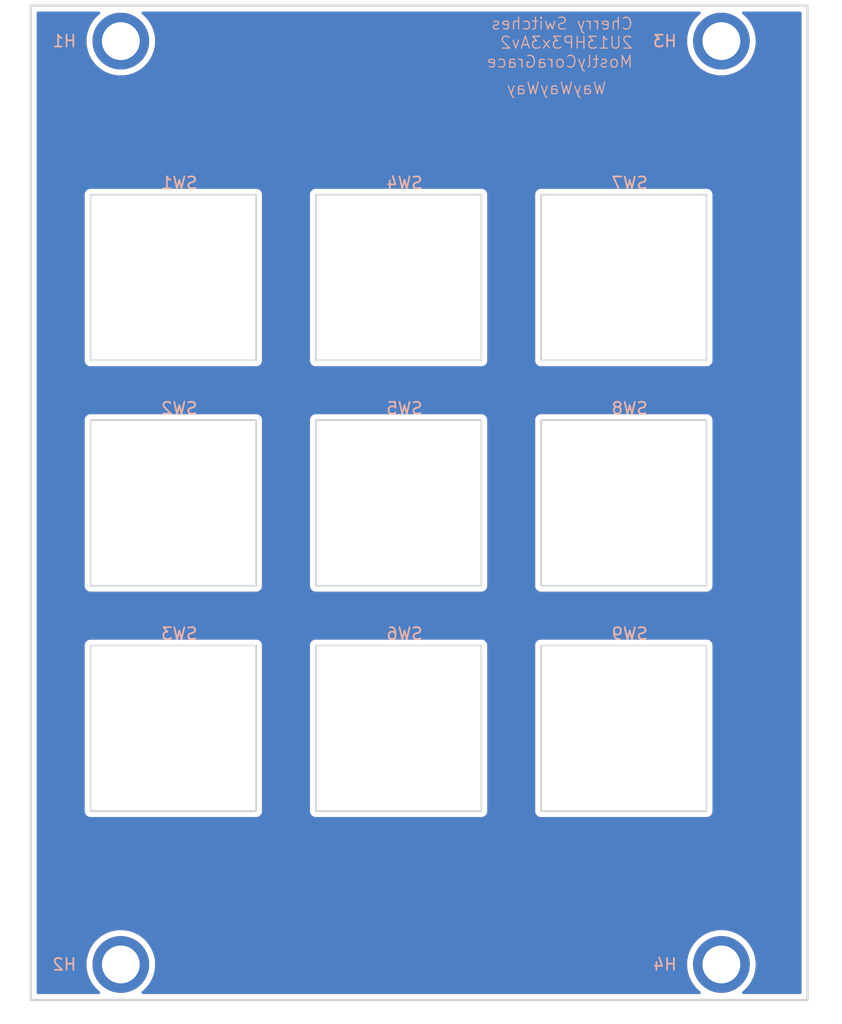
<source format=kicad_pcb>
(kicad_pcb (version 20241229) (generator "pcbnew") (generator_version "9.0")
  (layers (0 "F.Cu" signal) (2 "B.Cu" signal) (13 "F.Paste" user) (15 "B.Paste" user) (5 "F.SilkS" user "F.Silkscreen") (7 "B.SilkS" user "B.Silkscreen") (1 "F.Mask" user) (3 "B.Mask" user) (25 "Edge.Cuts" user))
  (net 0 "")
  (footprint "EXC:SW_Cherry_MX_1.00u_Mount" (layer "F.Cu") (at 12.065 25.4125)
    (property "Reference" "SW1" (at 0.5 -8 0) (layer "B.SilkS") (effects (justify mirror)))
    (property "Value" "SW_SPST_MOUNT")
    (fp_rect (start -7 -7) (end 7 7) (stroke (width 0.15)) (fill no) (layer "Edge.Cuts"))
  )
  (footprint "EXC:MountingHole_3.2mm_M3" (layer "F.Cu") (at 58.42 83.475)
    (property "Reference" "H4" (at -3.683 0 0) (layer "B.SilkS") (effects (justify left mirror)))
    (property "Value" "Eurorack_M3_MountingHole")
    (pad "" thru_hole circle (at 0 0) (size 4.8 4.8) (drill 3.2) (layers "*.Cu" "*.Mask"))
  )
  (footprint "EXC:SW_Cherry_MX_1.00u_Mount" (layer "F.Cu") (at 31.115 63.5125)
    (property "Reference" "SW6" (at 0.5 -8 0) (layer "B.SilkS") (effects (justify mirror)))
    (property "Value" "SW_SPST_MOUNT")
    (fp_rect (start -7 -7) (end 7 7) (stroke (width 0.15)) (fill no) (layer "Edge.Cuts"))
  )
  (footprint "EXC:SW_Cherry_MX_1.00u_Mount" (layer "F.Cu") (at 50.165 25.4125)
    (property "Reference" "SW7" (at 0.5 -8 0) (layer "B.SilkS") (effects (justify mirror)))
    (property "Value" "SW_SPST_MOUNT")
    (fp_rect (start -7 -7) (end 7 7) (stroke (width 0.15)) (fill no) (layer "Edge.Cuts"))
  )
  (footprint "EXC:MountingHole_3.2mm_M3" (layer "F.Cu") (at 58.42 5.425)
    (property "Reference" "H3" (at -3.683 0 0) (layer "B.SilkS") (effects (justify left mirror)))
    (property "Value" "Eurorack_M3_MountingHole")
    (pad "" thru_hole circle (at 0 0) (size 4.8 4.8) (drill 3.2) (layers "*.Cu" "*.Mask"))
  )
  (footprint "EXC:SW_Cherry_MX_1.00u_Mount" (layer "F.Cu") (at 31.115 25.4125)
    (property "Reference" "SW4" (at 0.5 -8 0) (layer "B.SilkS") (effects (justify mirror)))
    (property "Value" "SW_SPST_MOUNT")
    (fp_rect (start -7 -7) (end 7 7) (stroke (width 0.15)) (fill no) (layer "Edge.Cuts"))
  )
  (footprint "EXC:SW_Cherry_MX_1.00u_Mount" (layer "F.Cu") (at 31.115 44.4625)
    (property "Reference" "SW5" (at 0.5 -8 0) (layer "B.SilkS") (effects (justify mirror)))
    (property "Value" "SW_SPST_MOUNT")
    (fp_rect (start -7 -7) (end 7 7) (stroke (width 0.15)) (fill no) (layer "Edge.Cuts"))
  )
  (footprint "EXC:MountingHole_3.2mm_M3" (layer "F.Cu") (at 7.62 83.475)
    (property "Reference" "H2" (at -3.683 0 0) (layer "B.SilkS") (effects (justify left mirror)))
    (property "Value" "Eurorack_M3_MountingHole")
    (pad "" thru_hole circle (at 0 0) (size 4.8 4.8) (drill 3.2) (layers "*.Cu" "*.Mask"))
  )
  (footprint "EXC:MountingHole_3.2mm_M3" (layer "F.Cu") (at 7.62 5.425)
    (property "Reference" "H1" (at -3.683 0 0) (layer "B.SilkS") (effects (justify left mirror)))
    (property "Value" "Eurorack_M3_MountingHole")
    (pad "" thru_hole circle (at 0 0) (size 4.8 4.8) (drill 3.2) (layers "*.Cu" "*.Mask"))
  )
  (footprint "EXC:SW_Cherry_MX_1.00u_Mount" (layer "F.Cu") (at 50.165 44.4625)
    (property "Reference" "SW8" (at 0.5 -8 0) (layer "B.SilkS") (effects (justify mirror)))
    (property "Value" "SW_SPST_MOUNT")
    (fp_rect (start -7 -7) (end 7 7) (stroke (width 0.15)) (fill no) (layer "Edge.Cuts"))
  )
  (footprint "EXC:SW_Cherry_MX_1.00u_Mount" (layer "F.Cu") (at 50.165 63.5125)
    (property "Reference" "SW9" (at 0.5 -8 0) (layer "B.SilkS") (effects (justify mirror)))
    (property "Value" "SW_SPST_MOUNT")
    (fp_rect (start -7 -7) (end 7 7) (stroke (width 0.15)) (fill no) (layer "Edge.Cuts"))
  )
  (footprint "EXC:SW_Cherry_MX_1.00u_Mount" (layer "F.Cu") (at 12.065 44.4625)
    (property "Reference" "SW2" (at 0.5 -8 0) (layer "B.SilkS") (effects (justify mirror)))
    (property "Value" "SW_SPST_MOUNT")
    (fp_rect (start -7 -7) (end 7 7) (stroke (width 0.15)) (fill no) (layer "Edge.Cuts"))
  )
  (footprint "EXC:SW_Cherry_MX_1.00u_Mount" (layer "F.Cu") (at 12.065 63.5125)
    (property "Reference" "SW3" (at 0.5 -8 0) (layer "B.SilkS") (effects (justify mirror)))
    (property "Value" "SW_SPST_MOUNT")
    (fp_rect (start -7 -7) (end 7 7) (stroke (width 0.15)) (fill no) (layer "Edge.Cuts"))
  )
  (gr_rect (start 0 2.425) (end 65.7 86.475) (stroke (width 0.2)) (fill no) (layer "Edge.Cuts"))
  (gr_text "Cherry Switches\n2U13HP3x3Av2\nMostlyCoraGrace" (at 51 7.75 0) (layer "B.SilkS") (effects (font (size 1 1) (thickness 0.1)) (justify left bottom mirror)))
  (gr_text "WayWayWay" (at 48.75 10 0) (layer "B.SilkS") (effects (font (size 1 1) (thickness 0.1)) (justify left bottom mirror)))
  (zone (net 0) (net_name "") (layers "F.Cu" "B.Cu") (connect_pads (clearance 0.5)) (min_thickness 0.25) (fill yes (thermal_gap 0.5) (thermal_bridge_width 0.5) (island_removal_mode 1) (island_area_min 10))
    (polygon (pts (xy 0 2.425) (xy 65.7 2.425) (xy 65.7 86.475) (xy 0 86.475)))
  )
)
</source>
